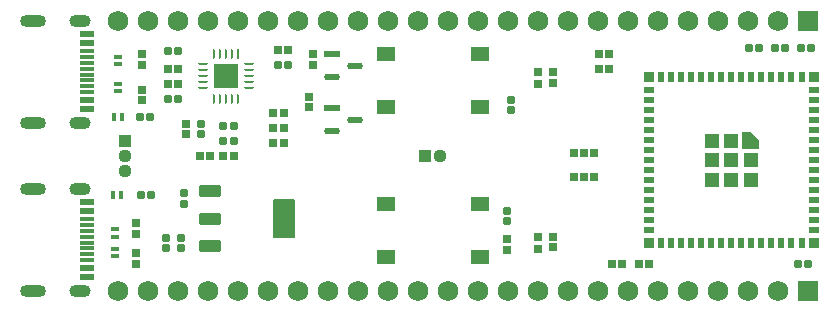
<source format=gts>
G04*
G04 #@! TF.GenerationSoftware,Altium Limited,Altium Designer,24.9.1 (31)*
G04*
G04 Layer_Color=8388736*
%FSLAX44Y44*%
%MOMM*%
G71*
G04*
G04 #@! TF.SameCoordinates,318047C4-B972-4631-9CD3-40AE8DFBCC20*
G04*
G04*
G04 #@! TF.FilePolarity,Negative*
G04*
G01*
G75*
%ADD24R,1.5500X1.3000*%
G04:AMPARAMS|DCode=31|XSize=0.2425mm|YSize=0.8397mm|CornerRadius=0.1212mm|HoleSize=0mm|Usage=FLASHONLY|Rotation=270.000|XOffset=0mm|YOffset=0mm|HoleType=Round|Shape=RoundedRectangle|*
%AMROUNDEDRECTD31*
21,1,0.2425,0.5972,0,0,270.0*
21,1,0.0000,0.8397,0,0,270.0*
1,1,0.2425,-0.2986,0.0000*
1,1,0.2425,-0.2986,0.0000*
1,1,0.2425,0.2986,0.0000*
1,1,0.2425,0.2986,0.0000*
%
%ADD31ROUNDEDRECTD31*%
G04:AMPARAMS|DCode=32|XSize=0.8397mm|YSize=0.2425mm|CornerRadius=0.1212mm|HoleSize=0mm|Usage=FLASHONLY|Rotation=270.000|XOffset=0mm|YOffset=0mm|HoleType=Round|Shape=RoundedRectangle|*
%AMROUNDEDRECTD32*
21,1,0.8397,0.0000,0,0,270.0*
21,1,0.5972,0.2425,0,0,270.0*
1,1,0.2425,0.0000,-0.2986*
1,1,0.2425,0.0000,0.2986*
1,1,0.2425,0.0000,0.2986*
1,1,0.2425,0.0000,-0.2986*
%
%ADD32ROUNDEDRECTD32*%
%ADD33R,0.2425X0.8397*%
G04:AMPARAMS|DCode=34|XSize=1.3571mm|YSize=0.5721mm|CornerRadius=0.2861mm|HoleSize=0mm|Usage=FLASHONLY|Rotation=0.000|XOffset=0mm|YOffset=0mm|HoleType=Round|Shape=RoundedRectangle|*
%AMROUNDEDRECTD34*
21,1,1.3571,0.0000,0,0,0.0*
21,1,0.7850,0.5721,0,0,0.0*
1,1,0.5721,0.3925,0.0000*
1,1,0.5721,-0.3925,0.0000*
1,1,0.5721,-0.3925,0.0000*
1,1,0.5721,0.3925,0.0000*
%
%ADD34ROUNDEDRECTD34*%
%ADD35R,1.3571X0.5721*%
%ADD36R,1.1500X0.6000*%
%ADD37R,1.1500X0.3000*%
%ADD38R,0.6416X0.7016*%
G04:AMPARAMS|DCode=39|XSize=0.7016mm|YSize=0.6416mm|CornerRadius=0.1939mm|HoleSize=0mm|Usage=FLASHONLY|Rotation=270.000|XOffset=0mm|YOffset=0mm|HoleType=Round|Shape=RoundedRectangle|*
%AMROUNDEDRECTD39*
21,1,0.7016,0.2538,0,0,270.0*
21,1,0.3138,0.6416,0,0,270.0*
1,1,0.3878,-0.1269,-0.1569*
1,1,0.3878,-0.1269,0.1569*
1,1,0.3878,0.1269,0.1569*
1,1,0.3878,0.1269,-0.1569*
%
%ADD39ROUNDEDRECTD39*%
%ADD40R,0.7016X0.6416*%
%ADD41R,1.3016X1.3016*%
%ADD42R,0.9016X0.5016*%
%ADD43R,0.5016X0.9016*%
%ADD44R,0.9016X0.9016*%
%ADD45R,0.8016X0.7016*%
G04:AMPARAMS|DCode=46|XSize=0.7016mm|YSize=0.6416mm|CornerRadius=0.1939mm|HoleSize=0mm|Usage=FLASHONLY|Rotation=0.000|XOffset=0mm|YOffset=0mm|HoleType=Round|Shape=RoundedRectangle|*
%AMROUNDEDRECTD46*
21,1,0.7016,0.2538,0,0,0.0*
21,1,0.3138,0.6416,0,0,0.0*
1,1,0.3878,0.1569,-0.1269*
1,1,0.3878,-0.1569,-0.1269*
1,1,0.3878,-0.1569,0.1269*
1,1,0.3878,0.1569,0.1269*
%
%ADD46ROUNDEDRECTD46*%
%ADD47R,0.4516X0.7016*%
%ADD48R,0.7016X0.4516*%
G04:AMPARAMS|DCode=49|XSize=1.0016mm|YSize=1.8516mm|CornerRadius=0.1003mm|HoleSize=0mm|Usage=FLASHONLY|Rotation=90.000|XOffset=0mm|YOffset=0mm|HoleType=Round|Shape=RoundedRectangle|*
%AMROUNDEDRECTD49*
21,1,1.0016,1.6510,0,0,90.0*
21,1,0.8010,1.8516,0,0,90.0*
1,1,0.2006,0.8255,0.4005*
1,1,0.2006,0.8255,-0.4005*
1,1,0.2006,-0.8255,-0.4005*
1,1,0.2006,-0.8255,0.4005*
%
%ADD49ROUNDEDRECTD49*%
G04:AMPARAMS|DCode=50|XSize=3.3016mm|YSize=1.8516mm|CornerRadius=0.1033mm|HoleSize=0mm|Usage=FLASHONLY|Rotation=90.000|XOffset=0mm|YOffset=0mm|HoleType=Round|Shape=RoundedRectangle|*
%AMROUNDEDRECTD50*
21,1,3.3016,1.6450,0,0,90.0*
21,1,3.0950,1.8516,0,0,90.0*
1,1,0.2066,0.8225,1.5475*
1,1,0.2066,0.8225,-1.5475*
1,1,0.2066,-0.8225,-1.5475*
1,1,0.2066,-0.8225,1.5475*
%
%ADD50ROUNDEDRECTD50*%
%ADD51R,2.0500X2.0500*%
%ADD52C,1.1176*%
%ADD53R,1.1176X1.1176*%
%ADD54R,1.1176X1.1176*%
G04:AMPARAMS|DCode=55|XSize=1mm|YSize=2.2mm|CornerRadius=0.5mm|HoleSize=0mm|Usage=FLASHONLY|Rotation=270.000|XOffset=0mm|YOffset=0mm|HoleType=Round|Shape=RoundedRectangle|*
%AMROUNDEDRECTD55*
21,1,1.0000,1.2000,0,0,270.0*
21,1,0.0000,2.2000,0,0,270.0*
1,1,1.0000,-0.6000,0.0000*
1,1,1.0000,-0.6000,0.0000*
1,1,1.0000,0.6000,0.0000*
1,1,1.0000,0.6000,0.0000*
%
%ADD55ROUNDEDRECTD55*%
G04:AMPARAMS|DCode=56|XSize=1mm|YSize=1.8mm|CornerRadius=0.5mm|HoleSize=0mm|Usage=FLASHONLY|Rotation=270.000|XOffset=0mm|YOffset=0mm|HoleType=Round|Shape=RoundedRectangle|*
%AMROUNDEDRECTD56*
21,1,1.0000,0.8000,0,0,270.0*
21,1,0.0000,1.8000,0,0,270.0*
1,1,1.0000,-0.4000,0.0000*
1,1,1.0000,-0.4000,0.0000*
1,1,1.0000,0.4000,0.0000*
1,1,1.0000,0.4000,0.0000*
%
%ADD56ROUNDEDRECTD56*%
%ADD57R,1.7272X1.7272*%
%ADD58C,1.7272*%
G36*
X617840Y132680D02*
Y146680D01*
X625340D01*
X631840Y140180D01*
Y132680D01*
X617840D01*
D02*
G37*
D24*
X395350Y168000D02*
D03*
X315850D02*
D03*
X395350Y213000D02*
D03*
X315850D02*
D03*
X395350Y41000D02*
D03*
X315850D02*
D03*
X395350Y86000D02*
D03*
X315850D02*
D03*
D31*
X199655Y204205D02*
D03*
Y199205D02*
D03*
Y194205D02*
D03*
Y189205D02*
D03*
Y184205D02*
D03*
X161345D02*
D03*
Y189205D02*
D03*
Y194205D02*
D03*
Y199205D02*
D03*
Y204205D02*
D03*
D32*
X190500Y175050D02*
D03*
X185500D02*
D03*
X180500D02*
D03*
X175500D02*
D03*
X170500D02*
D03*
Y213360D02*
D03*
X175500D02*
D03*
X180500D02*
D03*
X185500D02*
D03*
D33*
X190500D02*
D03*
D34*
X289560Y203200D02*
D03*
X270549Y193700D02*
D03*
X289560Y157480D02*
D03*
X270549Y147980D02*
D03*
D35*
Y212700D02*
D03*
Y166980D02*
D03*
D36*
X62900Y23900D02*
D03*
Y87900D02*
D03*
Y79900D02*
D03*
Y31900D02*
D03*
Y166100D02*
D03*
Y230100D02*
D03*
Y222100D02*
D03*
Y174100D02*
D03*
D37*
Y38400D02*
D03*
Y43400D02*
D03*
Y48400D02*
D03*
Y53400D02*
D03*
Y58400D02*
D03*
Y63400D02*
D03*
Y68400D02*
D03*
Y73400D02*
D03*
Y180600D02*
D03*
Y185600D02*
D03*
Y190600D02*
D03*
Y195600D02*
D03*
Y200600D02*
D03*
Y205600D02*
D03*
Y210600D02*
D03*
Y215600D02*
D03*
D38*
X492000Y129540D02*
D03*
X483360D02*
D03*
X492260Y109220D02*
D03*
X483620D02*
D03*
X474980D02*
D03*
X483620D02*
D03*
X538480Y35560D02*
D03*
X529840D02*
D03*
X474980Y129540D02*
D03*
X483620D02*
D03*
X496060Y200660D02*
D03*
X504700D02*
D03*
X496060Y213360D02*
D03*
X504700D02*
D03*
X515620Y35560D02*
D03*
X506980D02*
D03*
X229360Y150280D02*
D03*
X220720D02*
D03*
X229360Y162980D02*
D03*
X220720D02*
D03*
X229360Y137580D02*
D03*
X220720D02*
D03*
X139700Y200660D02*
D03*
X131060D02*
D03*
X139700Y187960D02*
D03*
X131060D02*
D03*
X224280Y216320D02*
D03*
X232920D02*
D03*
X178340Y127000D02*
D03*
X186980D02*
D03*
X166880D02*
D03*
X158240D02*
D03*
D39*
X675840Y218180D02*
D03*
X667240D02*
D03*
X653760D02*
D03*
X645160D02*
D03*
X664500Y35560D02*
D03*
X673100D02*
D03*
X623080Y218180D02*
D03*
X631680D02*
D03*
X108240Y93980D02*
D03*
X116840D02*
D03*
X139700Y215900D02*
D03*
X131100D02*
D03*
X139700Y175260D02*
D03*
X131100D02*
D03*
X224280Y203620D02*
D03*
X232880D02*
D03*
X178360Y139700D02*
D03*
X186960D02*
D03*
X107460Y160020D02*
D03*
X116060D02*
D03*
X178360Y152400D02*
D03*
X186960D02*
D03*
D40*
X147000Y154160D02*
D03*
Y145520D02*
D03*
X418840Y56120D02*
D03*
Y47480D02*
D03*
X457200Y188720D02*
D03*
Y197360D02*
D03*
Y58420D02*
D03*
Y49780D02*
D03*
X254000Y212600D02*
D03*
Y203960D02*
D03*
X250622Y168367D02*
D03*
Y177007D02*
D03*
X104140Y69600D02*
D03*
Y60960D02*
D03*
Y35560D02*
D03*
Y44200D02*
D03*
X109220Y212600D02*
D03*
Y203960D02*
D03*
Y174240D02*
D03*
Y182880D02*
D03*
D41*
X608340Y139680D02*
D03*
X591840D02*
D03*
Y123180D02*
D03*
Y106680D02*
D03*
X608340D02*
D03*
X624840D02*
D03*
Y123180D02*
D03*
X608340D02*
D03*
D42*
X678340Y182680D02*
D03*
Y174180D02*
D03*
Y165680D02*
D03*
Y157180D02*
D03*
Y148680D02*
D03*
Y140180D02*
D03*
Y131680D02*
D03*
Y123180D02*
D03*
Y114680D02*
D03*
Y106180D02*
D03*
Y97680D02*
D03*
Y89180D02*
D03*
Y80680D02*
D03*
Y72180D02*
D03*
Y63680D02*
D03*
X538340D02*
D03*
Y72180D02*
D03*
Y80680D02*
D03*
Y89180D02*
D03*
Y97680D02*
D03*
Y106180D02*
D03*
Y114680D02*
D03*
Y123180D02*
D03*
Y131680D02*
D03*
Y140180D02*
D03*
Y148680D02*
D03*
Y157180D02*
D03*
Y165680D02*
D03*
Y174180D02*
D03*
Y182680D02*
D03*
D43*
X667840Y53180D02*
D03*
X659340D02*
D03*
X650840D02*
D03*
X642340D02*
D03*
X633840D02*
D03*
X625340D02*
D03*
X616840D02*
D03*
X608340D02*
D03*
X599840D02*
D03*
X591340D02*
D03*
X582840D02*
D03*
X574340D02*
D03*
X565840D02*
D03*
X557340D02*
D03*
X548840D02*
D03*
Y193180D02*
D03*
X557340D02*
D03*
X565840D02*
D03*
X574340D02*
D03*
X582840D02*
D03*
X591340D02*
D03*
X599840D02*
D03*
X608340D02*
D03*
X616840D02*
D03*
X625340D02*
D03*
X633840D02*
D03*
X642340D02*
D03*
X650840D02*
D03*
X659340D02*
D03*
X667840D02*
D03*
D44*
X538340Y53180D02*
D03*
X678340D02*
D03*
X538340Y193180D02*
D03*
X678340D02*
D03*
D45*
X444500Y187960D02*
D03*
Y197460D02*
D03*
Y57760D02*
D03*
Y48260D02*
D03*
D46*
X421640Y174480D02*
D03*
Y165880D02*
D03*
X418840Y80500D02*
D03*
Y71900D02*
D03*
X142240Y49040D02*
D03*
Y57640D02*
D03*
X129540Y49040D02*
D03*
Y57640D02*
D03*
X144780Y94960D02*
D03*
Y86360D02*
D03*
X159700Y154160D02*
D03*
Y145560D02*
D03*
D47*
X84940Y93980D02*
D03*
X91440D02*
D03*
X85650Y160020D02*
D03*
X92150D02*
D03*
D48*
X86360Y64920D02*
D03*
Y58420D02*
D03*
Y41760D02*
D03*
Y48260D02*
D03*
X88900Y181460D02*
D03*
Y187960D02*
D03*
Y210820D02*
D03*
Y204320D02*
D03*
D49*
X166870Y96660D02*
D03*
Y73660D02*
D03*
Y50660D02*
D03*
D50*
X229370Y73660D02*
D03*
D51*
X180500Y194205D02*
D03*
D52*
X361950Y127000D02*
D03*
X95250Y114300D02*
D03*
Y127000D02*
D03*
D53*
X349250D02*
D03*
D54*
X95250Y139700D02*
D03*
D55*
X17150Y99100D02*
D03*
Y12700D02*
D03*
Y241300D02*
D03*
Y154900D02*
D03*
D56*
X57150Y99100D02*
D03*
Y12700D02*
D03*
Y241300D02*
D03*
Y154900D02*
D03*
D57*
X673100Y12700D02*
D03*
Y241300D02*
D03*
D58*
X647700Y12700D02*
D03*
X622300D02*
D03*
X596900D02*
D03*
X571500D02*
D03*
X546100D02*
D03*
X520700D02*
D03*
X495300D02*
D03*
X469900D02*
D03*
X444500D02*
D03*
X419100D02*
D03*
X393700D02*
D03*
X368300D02*
D03*
X342900D02*
D03*
X317500D02*
D03*
X292100D02*
D03*
X266700D02*
D03*
X241300D02*
D03*
X215900D02*
D03*
X190500D02*
D03*
X165100D02*
D03*
X139700D02*
D03*
X114300D02*
D03*
X88900D02*
D03*
X647700Y241300D02*
D03*
X622300D02*
D03*
X596900D02*
D03*
X571500D02*
D03*
X546100D02*
D03*
X520700D02*
D03*
X495300D02*
D03*
X469900D02*
D03*
X444500D02*
D03*
X419100D02*
D03*
X393700D02*
D03*
X368300D02*
D03*
X342900D02*
D03*
X317500D02*
D03*
X292100D02*
D03*
X266700D02*
D03*
X241300D02*
D03*
X215900D02*
D03*
X190500D02*
D03*
X165100D02*
D03*
X139700D02*
D03*
X114300D02*
D03*
X88900D02*
D03*
M02*

</source>
